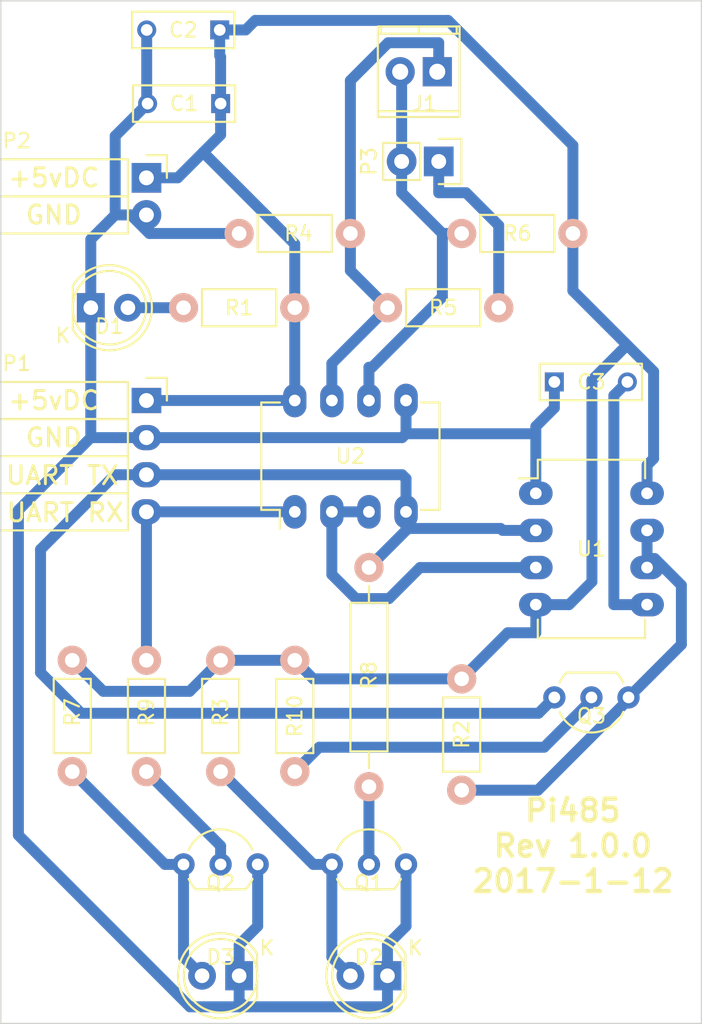
<source format=kicad_pcb>
(kicad_pcb (version 20160815) (host pcbnew "(2016-12-18 revision 3ffa37c)-master")

  (general
    (links 51)
    (no_connects 0)
    (area 71.000001 57.2925 138.182143 135.745001)
    (thickness 1.6)
    (drawings 11)
    (tracks 152)
    (zones 0)
    (modules 29)
    (nets 17)
  )

  (page A4)
  (layers
    (0 F.Cu jumper hide)
    (31 B.Cu signal)
    (32 B.Adhes user hide)
    (33 F.Adhes user hide)
    (34 B.Paste user hide)
    (35 F.Paste user hide)
    (36 B.SilkS user hide)
    (37 F.SilkS user)
    (38 B.Mask user hide)
    (39 F.Mask user hide)
    (40 Dwgs.User user hide)
    (41 Cmts.User user hide)
    (42 Eco1.User user hide)
    (43 Eco2.User user hide)
    (44 Edge.Cuts user)
    (45 Margin user hide)
    (46 B.CrtYd user hide)
    (47 F.CrtYd user hide)
    (48 B.Fab user hide)
    (49 F.Fab user)
  )

  (setup
    (last_trace_width 0.75)
    (trace_clearance 0.75)
    (zone_clearance 0.508)
    (zone_45_only no)
    (trace_min 0.75)
    (segment_width 0.2)
    (edge_width 0.1)
    (via_size 1.2)
    (via_drill 0.8)
    (via_min_size 1.2)
    (via_min_drill 0.8)
    (uvia_size 0.5)
    (uvia_drill 0.25)
    (uvias_allowed no)
    (uvia_min_size 0.5)
    (uvia_min_drill 0.25)
    (pcb_text_width 0.3)
    (pcb_text_size 1.5 1.5)
    (mod_edge_width 0.15)
    (mod_text_size 1 1)
    (mod_text_width 0.15)
    (pad_size 1.5 1.5)
    (pad_drill 0.6)
    (pad_to_mask_clearance 0)
    (aux_axis_origin 0 0)
    (visible_elements FFFFFF7F)
    (pcbplotparams
      (layerselection 0x21020_fffffffe)
      (usegerberextensions false)
      (excludeedgelayer true)
      (linewidth 0.100000)
      (plotframeref false)
      (viasonmask false)
      (mode 1)
      (useauxorigin false)
      (hpglpennumber 1)
      (hpglpenspeed 20)
      (hpglpendiameter 15)
      (psnegative false)
      (psa4output false)
      (plotreference true)
      (plotvalue true)
      (plotinvisibletext false)
      (padsonsilk false)
      (subtractmaskfromsilk false)
      (outputformat 4)
      (mirror false)
      (drillshape 0)
      (scaleselection 1)
      (outputdirectory ""))
  )

  (net 0 "")
  (net 1 "Net-(Q1-Pad2)")
  (net 2 GND)
  (net 3 "Net-(D2-Pad2)")
  (net 4 "Net-(D3-Pad2)")
  (net 5 "Net-(Q2-Pad2)")
  (net 6 "Net-(Q3-Pad2)")
  (net 7 "/(TXDO)_GPIO14")
  (net 8 "Net-(Q3-Pad1)")
  (net 9 VCC)
  (net 10 "/(RXDO)_GPIO15")
  (net 11 "Net-(D1-Pad2)")
  (net 12 "Net-(J1-Pad1)")
  (net 13 "Net-(P3-Pad1)")
  (net 14 "Net-(J1-Pad2)")
  (net 15 "Net-(U1-Pad3)")
  (net 16 "Net-(C3-Pad2)")

  (net_class Default "This is the default net class."
    (clearance 0.75)
    (trace_width 0.75)
    (via_dia 1.2)
    (via_drill 0.8)
    (uvia_dia 0.5)
    (uvia_drill 0.25)
    (diff_pair_gap 0.6)
    (diff_pair_width 2.5)
    (add_net "/(RXDO)_GPIO15")
    (add_net "/(TXDO)_GPIO14")
    (add_net GND)
    (add_net "Net-(C3-Pad2)")
    (add_net "Net-(D1-Pad2)")
    (add_net "Net-(D2-Pad2)")
    (add_net "Net-(D3-Pad2)")
    (add_net "Net-(J1-Pad1)")
    (add_net "Net-(J1-Pad2)")
    (add_net "Net-(P3-Pad1)")
    (add_net "Net-(Q1-Pad2)")
    (add_net "Net-(Q2-Pad2)")
    (add_net "Net-(Q3-Pad1)")
    (add_net "Net-(Q3-Pad2)")
    (add_net "Net-(U1-Pad3)")
    (add_net VCC)
  )

  (module Connectors_Terminal_Blocks:TerminalBlock_Pheonix_MPT-2.54mm_2pol (layer F.Cu) (tedit 587801FF) (tstamp 5877DD8A)
    (at 113.9 63.86 180)
    (descr "2-way 2.54mm pitch terminal block, Phoenix MPT series")
    (path /586EB814)
    (fp_text reference J1 (at 0.87 -2.18 180) (layer F.SilkS)
      (effects (font (size 1 1) (thickness 0.15)))
    )
    (fp_text value RS485 (at 1.27 4.50088 180) (layer F.Fab)
      (effects (font (size 1 1) (thickness 0.15)))
    )
    (fp_line (start -1.52908 -3.0988) (end -1.52908 3.0988) (layer F.SilkS) (width 0.15))
    (fp_line (start 4.06908 -3.0988) (end -1.52908 -3.0988) (layer F.SilkS) (width 0.15))
    (fp_line (start 4.06908 3.0988) (end 4.06908 -3.0988) (layer F.SilkS) (width 0.15))
    (fp_line (start -1.52908 3.0988) (end 4.06908 3.0988) (layer F.SilkS) (width 0.15))
    (fp_line (start -1.52908 -2.70002) (end 4.06908 -2.70002) (layer F.SilkS) (width 0.15))
    (fp_line (start 1.27 3.0988) (end 1.27 2.60096) (layer F.SilkS) (width 0.15))
    (fp_line (start 3.87096 2.60096) (end 3.87096 3.0988) (layer F.SilkS) (width 0.15))
    (fp_line (start -1.33096 3.0988) (end -1.33096 2.60096) (layer F.SilkS) (width 0.15))
    (fp_line (start 4.06908 2.60096) (end -1.52908 2.60096) (layer F.SilkS) (width 0.15))
    (fp_line (start 4.3 -3.3) (end 4.3 3.3) (layer F.CrtYd) (width 0.05))
    (fp_line (start 4.3 3.3) (end -1.7 3.3) (layer F.CrtYd) (width 0.05))
    (fp_line (start -1.7 3.3) (end -1.7 -3.3) (layer F.CrtYd) (width 0.05))
    (fp_line (start -1.7 -3.3) (end 4.3 -3.3) (layer F.CrtYd) (width 0.05))
    (pad 1 thru_hole rect (at 0 0 180) (size 1.99898 1.99898) (drill 1.09728) (layers *.Cu *.Mask)
      (net 12 "Net-(J1-Pad1)"))
    (pad 2 thru_hole oval (at 2.54 0 180) (size 1.99898 1.99898) (drill 1.09728) (layers *.Cu *.Mask)
      (net 14 "Net-(J1-Pad2)"))
    (model Terminal_Blocks.3dshapes/TerminalBlock_Pheonix_MPT-2.54mm_2pol.wrl
      (at (xyz 0.05 0 0))
      (scale (xyz 1 1 1))
      (rotate (xyz 0 0 0))
    )
  )

  (module Resistors_THT:Resistor_Horizontal_RM7mm (layer F.Cu) (tedit 569FCF07) (tstamp 5877DB84)
    (at 115.57 74.93)
    (descr "Resistor, Axial,  RM 7.62mm, 1/3W,")
    (tags "Resistor Axial RM 7.62mm 1/3W R3")
    (path /586EB7D4)
    (fp_text reference R6 (at 3.81 0) (layer F.SilkS)
      (effects (font (size 1 1) (thickness 0.15)))
    )
    (fp_text value 20k (at 3.81 2.54) (layer F.Fab)
      (effects (font (size 1 1) (thickness 0.15)))
    )
    (fp_line (start 1.27 1.27) (end 1.27 -1.27) (layer F.SilkS) (width 0.15))
    (fp_line (start 6.35 1.27) (end 1.27 1.27) (layer F.SilkS) (width 0.15))
    (fp_line (start 6.35 -1.27) (end 6.35 1.27) (layer F.SilkS) (width 0.15))
    (fp_line (start 1.27 -1.27) (end 6.35 -1.27) (layer F.SilkS) (width 0.15))
    (fp_line (start -1.25 1.5) (end 8.85 1.5) (layer F.CrtYd) (width 0.05))
    (fp_line (start 8.85 -1.5) (end 8.85 1.5) (layer F.CrtYd) (width 0.05))
    (fp_line (start -1.25 1.5) (end -1.25 -1.5) (layer F.CrtYd) (width 0.05))
    (fp_line (start -1.25 -1.5) (end 8.85 -1.5) (layer F.CrtYd) (width 0.05))
    (pad 2 thru_hole circle (at 7.62 0) (size 1.99898 1.99898) (drill 1.00076) (layers *.Cu *.SilkS *.Mask)
      (net 9 VCC))
    (pad 1 thru_hole circle (at 0 0) (size 1.99898 1.99898) (drill 1.00076) (layers *.Cu *.SilkS *.Mask)
      (net 14 "Net-(J1-Pad2)"))
  )

  (module Resistors_THT:Resistor_Horizontal_RM7mm (layer F.Cu) (tedit 569FCF07) (tstamp 5877DB28)
    (at 100.33 74.93)
    (descr "Resistor, Axial,  RM 7.62mm, 1/3W,")
    (tags "Resistor Axial RM 7.62mm 1/3W R3")
    (path /586EB760)
    (fp_text reference R4 (at 4.05892 0) (layer F.SilkS)
      (effects (font (size 1 1) (thickness 0.15)))
    )
    (fp_text value 20k (at 3.81 2.54) (layer F.Fab)
      (effects (font (size 1 1) (thickness 0.15)))
    )
    (fp_line (start 1.27 1.27) (end 1.27 -1.27) (layer F.SilkS) (width 0.15))
    (fp_line (start 6.35 1.27) (end 1.27 1.27) (layer F.SilkS) (width 0.15))
    (fp_line (start 6.35 -1.27) (end 6.35 1.27) (layer F.SilkS) (width 0.15))
    (fp_line (start 1.27 -1.27) (end 6.35 -1.27) (layer F.SilkS) (width 0.15))
    (fp_line (start -1.25 1.5) (end 8.85 1.5) (layer F.CrtYd) (width 0.05))
    (fp_line (start 8.85 -1.5) (end 8.85 1.5) (layer F.CrtYd) (width 0.05))
    (fp_line (start -1.25 1.5) (end -1.25 -1.5) (layer F.CrtYd) (width 0.05))
    (fp_line (start -1.25 -1.5) (end 8.85 -1.5) (layer F.CrtYd) (width 0.05))
    (pad 2 thru_hole circle (at 7.62 0) (size 1.99898 1.99898) (drill 1.00076) (layers *.Cu *.SilkS *.Mask)
      (net 12 "Net-(J1-Pad1)"))
    (pad 1 thru_hole circle (at 0 0) (size 1.99898 1.99898) (drill 1.00076) (layers *.Cu *.SilkS *.Mask)
      (net 2 GND))
  )

  (module Resistors_THT:Resistor_Horizontal_RM7mm (layer F.Cu) (tedit 569FCF07) (tstamp 5877DB56)
    (at 110.49 80.01)
    (descr "Resistor, Axial,  RM 7.62mm, 1/3W,")
    (tags "Resistor Axial RM 7.62mm 1/3W R3")
    (path /586EB6FC)
    (fp_text reference R5 (at 3.81 0) (layer F.SilkS)
      (effects (font (size 1 1) (thickness 0.15)))
    )
    (fp_text value 120 (at 3.81 2.54) (layer F.Fab)
      (effects (font (size 1 1) (thickness 0.15)))
    )
    (fp_line (start 1.27 1.27) (end 1.27 -1.27) (layer F.SilkS) (width 0.15))
    (fp_line (start 6.35 1.27) (end 1.27 1.27) (layer F.SilkS) (width 0.15))
    (fp_line (start 6.35 -1.27) (end 6.35 1.27) (layer F.SilkS) (width 0.15))
    (fp_line (start 1.27 -1.27) (end 6.35 -1.27) (layer F.SilkS) (width 0.15))
    (fp_line (start -1.25 1.5) (end 8.85 1.5) (layer F.CrtYd) (width 0.05))
    (fp_line (start 8.85 -1.5) (end 8.85 1.5) (layer F.CrtYd) (width 0.05))
    (fp_line (start -1.25 1.5) (end -1.25 -1.5) (layer F.CrtYd) (width 0.05))
    (fp_line (start -1.25 -1.5) (end 8.85 -1.5) (layer F.CrtYd) (width 0.05))
    (pad 2 thru_hole circle (at 7.62 0) (size 1.99898 1.99898) (drill 1.00076) (layers *.Cu *.SilkS *.Mask)
      (net 13 "Net-(P3-Pad1)"))
    (pad 1 thru_hole circle (at 0 0) (size 1.99898 1.99898) (drill 1.00076) (layers *.Cu *.SilkS *.Mask)
      (net 12 "Net-(J1-Pad1)"))
  )

  (module Resistors_THT:Resistor_Horizontal_RM7mm (layer F.Cu) (tedit 569FCF07) (tstamp 5877DA9E)
    (at 104.14 80.01 180)
    (descr "Resistor, Axial,  RM 7.62mm, 1/3W,")
    (tags "Resistor Axial RM 7.62mm 1/3W R3")
    (path /586E84C4)
    (fp_text reference R1 (at 3.81 0 180) (layer F.SilkS)
      (effects (font (size 1 1) (thickness 0.15)))
    )
    (fp_text value 1k (at 3.81 -2.54 180) (layer F.Fab)
      (effects (font (size 1 1) (thickness 0.15)))
    )
    (fp_line (start 1.27 1.27) (end 1.27 -1.27) (layer F.SilkS) (width 0.15))
    (fp_line (start 6.35 1.27) (end 1.27 1.27) (layer F.SilkS) (width 0.15))
    (fp_line (start 6.35 -1.27) (end 6.35 1.27) (layer F.SilkS) (width 0.15))
    (fp_line (start 1.27 -1.27) (end 6.35 -1.27) (layer F.SilkS) (width 0.15))
    (fp_line (start -1.25 1.5) (end 8.85 1.5) (layer F.CrtYd) (width 0.05))
    (fp_line (start 8.85 -1.5) (end 8.85 1.5) (layer F.CrtYd) (width 0.05))
    (fp_line (start -1.25 1.5) (end -1.25 -1.5) (layer F.CrtYd) (width 0.05))
    (fp_line (start -1.25 -1.5) (end 8.85 -1.5) (layer F.CrtYd) (width 0.05))
    (pad 2 thru_hole circle (at 7.62 0 180) (size 1.99898 1.99898) (drill 1.00076) (layers *.Cu *.SilkS *.Mask)
      (net 11 "Net-(D1-Pad2)"))
    (pad 1 thru_hole circle (at 0 0 180) (size 1.99898 1.99898) (drill 1.00076) (layers *.Cu *.SilkS *.Mask)
      (net 9 VCC))
  )

  (module Resistors_THT:Resistor_Horizontal_RM7mm (layer F.Cu) (tedit 569FCF07) (tstamp 5877DACC)
    (at 115.57 113.03 90)
    (descr "Resistor, Axial,  RM 7.62mm, 1/3W,")
    (tags "Resistor Axial RM 7.62mm 1/3W R3")
    (path /586E88D3)
    (fp_text reference R2 (at 3.81 0 90) (layer F.SilkS)
      (effects (font (size 1 1) (thickness 0.15)))
    )
    (fp_text value 3.9k (at 3.81 2.54 90) (layer F.Fab)
      (effects (font (size 1 1) (thickness 0.15)))
    )
    (fp_line (start -1.25 -1.5) (end 8.85 -1.5) (layer F.CrtYd) (width 0.05))
    (fp_line (start -1.25 1.5) (end -1.25 -1.5) (layer F.CrtYd) (width 0.05))
    (fp_line (start 8.85 -1.5) (end 8.85 1.5) (layer F.CrtYd) (width 0.05))
    (fp_line (start -1.25 1.5) (end 8.85 1.5) (layer F.CrtYd) (width 0.05))
    (fp_line (start 1.27 -1.27) (end 6.35 -1.27) (layer F.SilkS) (width 0.15))
    (fp_line (start 6.35 -1.27) (end 6.35 1.27) (layer F.SilkS) (width 0.15))
    (fp_line (start 6.35 1.27) (end 1.27 1.27) (layer F.SilkS) (width 0.15))
    (fp_line (start 1.27 1.27) (end 1.27 -1.27) (layer F.SilkS) (width 0.15))
    (pad 1 thru_hole circle (at 0 0 90) (size 1.99898 1.99898) (drill 1.00076) (layers *.Cu *.SilkS *.Mask)
      (net 8 "Net-(Q3-Pad1)"))
    (pad 2 thru_hole circle (at 7.62 0 90) (size 1.99898 1.99898) (drill 1.00076) (layers *.Cu *.SilkS *.Mask)
      (net 9 VCC))
  )

  (module Resistors_THT:Resistor_Horizontal_RM7mm (layer F.Cu) (tedit 569FCF07) (tstamp 5877DBB2)
    (at 88.9 111.76 90)
    (descr "Resistor, Axial,  RM 7.62mm, 1/3W,")
    (tags "Resistor Axial RM 7.62mm 1/3W R3")
    (path /5876D49A)
    (fp_text reference R7 (at 4.05892 0 90) (layer F.SilkS)
      (effects (font (size 1 1) (thickness 0.15)))
    )
    (fp_text value 220 (at 3.81 2.54 90) (layer F.Fab)
      (effects (font (size 1 1) (thickness 0.15)))
    )
    (fp_line (start -1.25 -1.5) (end 8.85 -1.5) (layer F.CrtYd) (width 0.05))
    (fp_line (start -1.25 1.5) (end -1.25 -1.5) (layer F.CrtYd) (width 0.05))
    (fp_line (start 8.85 -1.5) (end 8.85 1.5) (layer F.CrtYd) (width 0.05))
    (fp_line (start -1.25 1.5) (end 8.85 1.5) (layer F.CrtYd) (width 0.05))
    (fp_line (start 1.27 -1.27) (end 6.35 -1.27) (layer F.SilkS) (width 0.15))
    (fp_line (start 6.35 -1.27) (end 6.35 1.27) (layer F.SilkS) (width 0.15))
    (fp_line (start 6.35 1.27) (end 1.27 1.27) (layer F.SilkS) (width 0.15))
    (fp_line (start 1.27 1.27) (end 1.27 -1.27) (layer F.SilkS) (width 0.15))
    (pad 1 thru_hole circle (at 0 0 90) (size 1.99898 1.99898) (drill 1.00076) (layers *.Cu *.SilkS *.Mask)
      (net 4 "Net-(D3-Pad2)"))
    (pad 2 thru_hole circle (at 7.62 0 90) (size 1.99898 1.99898) (drill 1.00076) (layers *.Cu *.SilkS *.Mask)
      (net 9 VCC))
  )

  (module Resistors_THT:Resistor_Horizontal_RM7mm (layer F.Cu) (tedit 569FCF07) (tstamp 5877DC0E)
    (at 93.98 111.76 90)
    (descr "Resistor, Axial,  RM 7.62mm, 1/3W,")
    (tags "Resistor Axial RM 7.62mm 1/3W R3")
    (path /5876E786)
    (fp_text reference R9 (at 4.05892 0 90) (layer F.SilkS)
      (effects (font (size 1 1) (thickness 0.15)))
    )
    (fp_text value 2.5k (at 3.81 2.54 90) (layer F.Fab)
      (effects (font (size 1 1) (thickness 0.15)))
    )
    (fp_line (start -1.25 -1.5) (end 8.85 -1.5) (layer F.CrtYd) (width 0.05))
    (fp_line (start -1.25 1.5) (end -1.25 -1.5) (layer F.CrtYd) (width 0.05))
    (fp_line (start 8.85 -1.5) (end 8.85 1.5) (layer F.CrtYd) (width 0.05))
    (fp_line (start -1.25 1.5) (end 8.85 1.5) (layer F.CrtYd) (width 0.05))
    (fp_line (start 1.27 -1.27) (end 6.35 -1.27) (layer F.SilkS) (width 0.15))
    (fp_line (start 6.35 -1.27) (end 6.35 1.27) (layer F.SilkS) (width 0.15))
    (fp_line (start 6.35 1.27) (end 1.27 1.27) (layer F.SilkS) (width 0.15))
    (fp_line (start 1.27 1.27) (end 1.27 -1.27) (layer F.SilkS) (width 0.15))
    (pad 1 thru_hole circle (at 0 0 90) (size 1.99898 1.99898) (drill 1.00076) (layers *.Cu *.SilkS *.Mask)
      (net 5 "Net-(Q2-Pad2)"))
    (pad 2 thru_hole circle (at 7.62 0 90) (size 1.99898 1.99898) (drill 1.00076) (layers *.Cu *.SilkS *.Mask)
      (net 10 "/(RXDO)_GPIO15"))
  )

  (module Resistors_THT:Resistor_Horizontal_RM7mm (layer F.Cu) (tedit 569FCF07) (tstamp 5877DAFA)
    (at 99.06 111.76 90)
    (descr "Resistor, Axial,  RM 7.62mm, 1/3W,")
    (tags "Resistor Axial RM 7.62mm 1/3W R3")
    (path /5876D8BD)
    (fp_text reference R3 (at 4.05892 0 90) (layer F.SilkS)
      (effects (font (size 1 1) (thickness 0.15)))
    )
    (fp_text value 220 (at 3.81 2.54 90) (layer F.Fab)
      (effects (font (size 1 1) (thickness 0.15)))
    )
    (fp_line (start -1.25 -1.5) (end 8.85 -1.5) (layer F.CrtYd) (width 0.05))
    (fp_line (start -1.25 1.5) (end -1.25 -1.5) (layer F.CrtYd) (width 0.05))
    (fp_line (start 8.85 -1.5) (end 8.85 1.5) (layer F.CrtYd) (width 0.05))
    (fp_line (start -1.25 1.5) (end 8.85 1.5) (layer F.CrtYd) (width 0.05))
    (fp_line (start 1.27 -1.27) (end 6.35 -1.27) (layer F.SilkS) (width 0.15))
    (fp_line (start 6.35 -1.27) (end 6.35 1.27) (layer F.SilkS) (width 0.15))
    (fp_line (start 6.35 1.27) (end 1.27 1.27) (layer F.SilkS) (width 0.15))
    (fp_line (start 1.27 1.27) (end 1.27 -1.27) (layer F.SilkS) (width 0.15))
    (pad 1 thru_hole circle (at 0 0 90) (size 1.99898 1.99898) (drill 1.00076) (layers *.Cu *.SilkS *.Mask)
      (net 3 "Net-(D2-Pad2)"))
    (pad 2 thru_hole circle (at 7.62 0 90) (size 1.99898 1.99898) (drill 1.00076) (layers *.Cu *.SilkS *.Mask)
      (net 9 VCC))
  )

  (module Resistors_THT:Resistor_Horizontal_RM7mm (layer F.Cu) (tedit 569FCF07) (tstamp 5877DC3C)
    (at 104.14 111.76 90)
    (descr "Resistor, Axial,  RM 7.62mm, 1/3W,")
    (tags "Resistor Axial RM 7.62mm 1/3W R3")
    (path /5876AB08)
    (fp_text reference R10 (at 3.81 0 90) (layer F.SilkS)
      (effects (font (size 1 1) (thickness 0.15)))
    )
    (fp_text value 2.5k (at 3.81 2.54 90) (layer F.Fab)
      (effects (font (size 1 1) (thickness 0.15)))
    )
    (fp_line (start -1.25 -1.5) (end 8.85 -1.5) (layer F.CrtYd) (width 0.05))
    (fp_line (start -1.25 1.5) (end -1.25 -1.5) (layer F.CrtYd) (width 0.05))
    (fp_line (start 8.85 -1.5) (end 8.85 1.5) (layer F.CrtYd) (width 0.05))
    (fp_line (start -1.25 1.5) (end 8.85 1.5) (layer F.CrtYd) (width 0.05))
    (fp_line (start 1.27 -1.27) (end 6.35 -1.27) (layer F.SilkS) (width 0.15))
    (fp_line (start 6.35 -1.27) (end 6.35 1.27) (layer F.SilkS) (width 0.15))
    (fp_line (start 6.35 1.27) (end 1.27 1.27) (layer F.SilkS) (width 0.15))
    (fp_line (start 1.27 1.27) (end 1.27 -1.27) (layer F.SilkS) (width 0.15))
    (pad 1 thru_hole circle (at 0 0 90) (size 1.99898 1.99898) (drill 1.00076) (layers *.Cu *.SilkS *.Mask)
      (net 6 "Net-(Q3-Pad2)"))
    (pad 2 thru_hole circle (at 7.62 0 90) (size 1.99898 1.99898) (drill 1.00076) (layers *.Cu *.SilkS *.Mask)
      (net 9 VCC))
  )

  (module Resistors_THT:Resistor_Horizontal_RM15mm (layer F.Cu) (tedit 569FCEE8) (tstamp 5877DBE0)
    (at 109.22 112.79 90)
    (descr "Resistor, Axial, RM 15mm,")
    (tags "Resistor Axial RM 15mm")
    (path /5876E6B9)
    (fp_text reference R8 (at 7.62 0 90) (layer F.SilkS)
      (effects (font (size 1 1) (thickness 0.15)))
    )
    (fp_text value 2.5k (at 7.5 2.54 90) (layer F.Fab)
      (effects (font (size 1 1) (thickness 0.15)))
    )
    (fp_line (start -1.25 1.5) (end -1.25 -1.5) (layer F.CrtYd) (width 0.05))
    (fp_line (start -1.25 -1.5) (end 16.25 -1.5) (layer F.CrtYd) (width 0.05))
    (fp_line (start 16.25 -1.5) (end 16.25 1.5) (layer F.CrtYd) (width 0.05))
    (fp_line (start 16.25 1.5) (end -1.25 1.5) (layer F.CrtYd) (width 0.05))
    (fp_line (start 2.42 -1.27) (end 2.42 1.27) (layer F.SilkS) (width 0.15))
    (fp_line (start 2.42 1.27) (end 12.58 1.27) (layer F.SilkS) (width 0.15))
    (fp_line (start 12.58 1.27) (end 12.58 -1.27) (layer F.SilkS) (width 0.15))
    (fp_line (start 12.58 -1.27) (end 2.42 -1.27) (layer F.SilkS) (width 0.15))
    (fp_line (start 13.73 0) (end 12.58 0) (layer F.SilkS) (width 0.15))
    (fp_line (start 1.27 0) (end 2.42 0) (layer F.SilkS) (width 0.15))
    (pad 1 thru_hole circle (at 0 0 90) (size 1.99898 1.99898) (drill 1.00076) (layers *.Cu *.SilkS *.Mask)
      (net 1 "Net-(Q1-Pad2)"))
    (pad 2 thru_hole circle (at 15 0 90) (size 1.99898 1.99898) (drill 1.00076) (layers *.Cu *.SilkS *.Mask)
      (net 7 "/(TXDO)_GPIO14"))
    (model Resistors_ThroughHole.3dshapes/Resistor_Horizontal_RM15mm.wrl
      (at (xyz 0.295 0 0))
      (scale (xyz 0.395 0.4 0.4))
      (rotate (xyz 0 0 0))
    )
  )

  (module Mounting_Holes:MountingHole_3.2mm_M3 (layer F.Cu) (tedit 58780111) (tstamp 587B20C2)
    (at 88 125)
    (descr "Mounting Hole 3.2mm, no annular, M3")
    (tags "mounting hole 3.2mm no annular m3")
    (fp_text reference REF04 (at 0 -4.2) (layer F.SilkS) hide
      (effects (font (size 1 1) (thickness 0.15)))
    )
    (fp_text value MountingHole_3.2mm_M3 (at 0 4.2) (layer F.Fab) hide
      (effects (font (size 1 1) (thickness 0.15)))
    )
    (fp_circle (center 0 0) (end 3.2 0) (layer Cmts.User) (width 0.15))
    (fp_circle (center 0 0) (end 3.45 0) (layer F.CrtYd) (width 0.05))
    (pad 1 np_thru_hole circle (at 0 0) (size 3.2 3.2) (drill 3.2) (layers *.Cu *.Mask))
  )

  (module Mounting_Holes:MountingHole_3.2mm_M3 (layer F.Cu) (tedit 5878010E) (tstamp 587B20BB)
    (at 128 125)
    (descr "Mounting Hole 3.2mm, no annular, M3")
    (tags "mounting hole 3.2mm no annular m3")
    (fp_text reference REF03 (at 0 -4.2) (layer F.SilkS) hide
      (effects (font (size 1 1) (thickness 0.15)))
    )
    (fp_text value MountingHole_3.2mm_M3 (at 0 4.2) (layer F.Fab) hide
      (effects (font (size 1 1) (thickness 0.15)))
    )
    (fp_circle (center 0 0) (end 3.45 0) (layer F.CrtYd) (width 0.05))
    (fp_circle (center 0 0) (end 3.2 0) (layer Cmts.User) (width 0.15))
    (pad 1 np_thru_hole circle (at 0 0) (size 3.2 3.2) (drill 3.2) (layers *.Cu *.Mask))
  )

  (module Mounting_Holes:MountingHole_3.2mm_M3 (layer F.Cu) (tedit 5878010A) (tstamp 587B20B3)
    (at 128 63)
    (descr "Mounting Hole 3.2mm, no annular, M3")
    (tags "mounting hole 3.2mm no annular m3")
    (fp_text reference REF02 (at 0 -4.2) (layer F.SilkS) hide
      (effects (font (size 1 1) (thickness 0.15)))
    )
    (fp_text value MountingHole_3.2mm_M3 (at 0 4.2) (layer F.Fab) hide
      (effects (font (size 1 1) (thickness 0.15)))
    )
    (fp_circle (center 0 0) (end 3.2 0) (layer Cmts.User) (width 0.15))
    (fp_circle (center 0 0) (end 3.45 0) (layer F.CrtYd) (width 0.05))
    (pad 1 np_thru_hole circle (at 0 0) (size 3.2 3.2) (drill 3.2) (layers *.Cu *.Mask))
  )

  (module Capacitors_THT:C_Rect_L7_W2.5_P5 placed (layer F.Cu) (tedit 5877D4BF) (tstamp 5877DE0C)
    (at 121.92 85.09)
    (descr "Film Capacitor Length 7mm x Width 2.5mm, Pitch 5mm")
    (tags Capacitor)
    (path /586E89BC)
    (fp_text reference C3 (at 2.54 0) (layer F.SilkS)
      (effects (font (size 1 1) (thickness 0.15)))
    )
    (fp_text value 10nF (at 2.5 2.5) (layer F.Fab)
      (effects (font (size 1 1) (thickness 0.15)))
    )
    (fp_line (start -1.25 -1.5) (end 6.25 -1.5) (layer F.CrtYd) (width 0.05))
    (fp_line (start 6.25 -1.5) (end 6.25 1.5) (layer F.CrtYd) (width 0.05))
    (fp_line (start 6.25 1.5) (end -1.25 1.5) (layer F.CrtYd) (width 0.05))
    (fp_line (start -1.25 1.5) (end -1.25 -1.5) (layer F.CrtYd) (width 0.05))
    (fp_line (start -1 -1.25) (end 6 -1.25) (layer F.SilkS) (width 0.15))
    (fp_line (start 6 -1.25) (end 6 1.25) (layer F.SilkS) (width 0.15))
    (fp_line (start 6 1.25) (end -1 1.25) (layer F.SilkS) (width 0.15))
    (fp_line (start -1 1.25) (end -1 -1.25) (layer F.SilkS) (width 0.15))
    (pad 1 thru_hole rect (at 0 0) (size 1.3 1.3) (drill 0.8) (layers *.Cu *.Mask)
      (net 2 GND))
    (pad 2 thru_hole circle (at 5 0) (size 1.3 1.3) (drill 0.8) (layers *.Cu *.Mask)
      (net 16 "Net-(C3-Pad2)"))
  )

  (module Capacitors_THT:C_Rect_L7_W2.5_P5 (layer F.Cu) (tedit 0) (tstamp 5877DDE4)
    (at 99 61 180)
    (descr "Film Capacitor Length 7mm x Width 2.5mm, Pitch 5mm")
    (tags Capacitor)
    (path /5876F3DF)
    (fp_text reference C2 (at 2.5 0 180) (layer F.SilkS)
      (effects (font (size 1 1) (thickness 0.15)))
    )
    (fp_text value 0.1uF (at 2.48 -2.5 180) (layer F.Fab)
      (effects (font (size 1 1) (thickness 0.15)))
    )
    (fp_line (start -1 1.25) (end -1 -1.25) (layer F.SilkS) (width 0.15))
    (fp_line (start 6 1.25) (end -1 1.25) (layer F.SilkS) (width 0.15))
    (fp_line (start 6 -1.25) (end 6 1.25) (layer F.SilkS) (width 0.15))
    (fp_line (start -1 -1.25) (end 6 -1.25) (layer F.SilkS) (width 0.15))
    (fp_line (start -1.25 1.5) (end -1.25 -1.5) (layer F.CrtYd) (width 0.05))
    (fp_line (start 6.25 1.5) (end -1.25 1.5) (layer F.CrtYd) (width 0.05))
    (fp_line (start 6.25 -1.5) (end 6.25 1.5) (layer F.CrtYd) (width 0.05))
    (fp_line (start -1.25 -1.5) (end 6.25 -1.5) (layer F.CrtYd) (width 0.05))
    (pad 2 thru_hole circle (at 5 0 180) (size 1.3 1.3) (drill 0.8) (layers *.Cu *.Mask)
      (net 2 GND))
    (pad 1 thru_hole rect (at 0 0 180) (size 1.3 1.3) (drill 0.8) (layers *.Cu *.Mask)
      (net 9 VCC))
  )

  (module Capacitors_THT:C_Rect_L7_W2.5_P5 (layer F.Cu) (tedit 0) (tstamp 5877DDBC)
    (at 99.06 66.04 180)
    (descr "Film Capacitor Length 7mm x Width 2.5mm, Pitch 5mm")
    (tags Capacitor)
    (path /5876F5F2)
    (fp_text reference C1 (at 2.5 0 180) (layer F.SilkS)
      (effects (font (size 1 1) (thickness 0.15)))
    )
    (fp_text value 10uF (at 2.54 -2.54 180) (layer F.Fab)
      (effects (font (size 1 1) (thickness 0.15)))
    )
    (fp_line (start -1.25 -1.5) (end 6.25 -1.5) (layer F.CrtYd) (width 0.05))
    (fp_line (start 6.25 -1.5) (end 6.25 1.5) (layer F.CrtYd) (width 0.05))
    (fp_line (start 6.25 1.5) (end -1.25 1.5) (layer F.CrtYd) (width 0.05))
    (fp_line (start -1.25 1.5) (end -1.25 -1.5) (layer F.CrtYd) (width 0.05))
    (fp_line (start -1 -1.25) (end 6 -1.25) (layer F.SilkS) (width 0.15))
    (fp_line (start 6 -1.25) (end 6 1.25) (layer F.SilkS) (width 0.15))
    (fp_line (start 6 1.25) (end -1 1.25) (layer F.SilkS) (width 0.15))
    (fp_line (start -1 1.25) (end -1 -1.25) (layer F.SilkS) (width 0.15))
    (pad 1 thru_hole rect (at 0 0 180) (size 1.3 1.3) (drill 0.8) (layers *.Cu *.Mask)
      (net 9 VCC))
    (pad 2 thru_hole circle (at 5 0 180) (size 1.3 1.3) (drill 0.8) (layers *.Cu *.Mask)
      (net 2 GND))
  )

  (module Housings_DIP:DIP-8_W7.62mm_LongPads placed (layer F.Cu) (tedit 54130A77) (tstamp 5877DD4B)
    (at 104.14 93.98 90)
    (descr "8-lead dip package, row spacing 7.62 mm (300 mils), longer pads")
    (tags "dil dip 2.54 300")
    (path /586EA024)
    (fp_text reference U2 (at 3.81 3.81 180) (layer F.SilkS)
      (effects (font (size 1 1) (thickness 0.15)))
    )
    (fp_text value MAX485 (at 3.81 -3.72 90) (layer F.Fab)
      (effects (font (size 1 1) (thickness 0.15)))
    )
    (fp_line (start 0.135 -1.025) (end -1.15 -1.025) (layer F.SilkS) (width 0.15))
    (fp_line (start 0.135 9.915) (end 7.485 9.915) (layer F.SilkS) (width 0.15))
    (fp_line (start 0.135 -2.295) (end 7.485 -2.295) (layer F.SilkS) (width 0.15))
    (fp_line (start 0.135 9.915) (end 0.135 8.645) (layer F.SilkS) (width 0.15))
    (fp_line (start 7.485 9.915) (end 7.485 8.645) (layer F.SilkS) (width 0.15))
    (fp_line (start 7.485 -2.295) (end 7.485 -1.025) (layer F.SilkS) (width 0.15))
    (fp_line (start 0.135 -2.295) (end 0.135 -1.025) (layer F.SilkS) (width 0.15))
    (fp_line (start -1.4 10.1) (end 9 10.1) (layer F.CrtYd) (width 0.05))
    (fp_line (start -1.4 -2.45) (end 9 -2.45) (layer F.CrtYd) (width 0.05))
    (fp_line (start 9 -2.45) (end 9 10.1) (layer F.CrtYd) (width 0.05))
    (fp_line (start -1.4 -2.45) (end -1.4 10.1) (layer F.CrtYd) (width 0.05))
    (pad 8 thru_hole oval (at 7.62 0 90) (size 2.3 1.6) (drill 0.8) (layers *.Cu *.Mask)
      (net 9 VCC))
    (pad 7 thru_hole oval (at 7.62 2.54 90) (size 2.3 1.6) (drill 0.8) (layers *.Cu *.Mask)
      (net 12 "Net-(J1-Pad1)"))
    (pad 6 thru_hole oval (at 7.62 5.08 90) (size 2.3 1.6) (drill 0.8) (layers *.Cu *.Mask)
      (net 14 "Net-(J1-Pad2)"))
    (pad 5 thru_hole oval (at 7.62 7.62 90) (size 2.3 1.6) (drill 0.8) (layers *.Cu *.Mask)
      (net 2 GND))
    (pad 4 thru_hole oval (at 0 7.62 90) (size 2.3 1.6) (drill 0.8) (layers *.Cu *.Mask)
      (net 7 "/(TXDO)_GPIO14"))
    (pad 3 thru_hole oval (at 0 5.08 90) (size 2.3 1.6) (drill 0.8) (layers *.Cu *.Mask)
      (net 15 "Net-(U1-Pad3)"))
    (pad 2 thru_hole oval (at 0 2.54 90) (size 2.3 1.6) (drill 0.8) (layers *.Cu *.Mask)
      (net 15 "Net-(U1-Pad3)"))
    (pad 1 thru_hole oval (at 0 0 90) (size 2.3 1.6) (drill 0.8) (layers *.Cu *.Mask)
      (net 10 "/(RXDO)_GPIO15"))
    (model Housings_DIP.3dshapes/DIP-8_W7.62mm_LongPads.wrl
      (at (xyz 0 0 0))
      (scale (xyz 1 1 1))
      (rotate (xyz 0 0 0))
    )
  )

  (module Housings_DIP:DIP-8_W7.62mm_LongPads placed (layer F.Cu) (tedit 54130A77) (tstamp 5877DD08)
    (at 120.65 92.71)
    (descr "8-lead dip package, row spacing 7.62 mm (300 mils), longer pads")
    (tags "dil dip 2.54 300")
    (path /586E87EA)
    (fp_text reference U1 (at 3.81 3.81) (layer F.SilkS)
      (effects (font (size 1 1) (thickness 0.15)))
    )
    (fp_text value NE555 (at 3.81 -3.72) (layer F.Fab)
      (effects (font (size 1 1) (thickness 0.15)))
    )
    (fp_line (start -1.4 -2.45) (end -1.4 10.1) (layer F.CrtYd) (width 0.05))
    (fp_line (start 9 -2.45) (end 9 10.1) (layer F.CrtYd) (width 0.05))
    (fp_line (start -1.4 -2.45) (end 9 -2.45) (layer F.CrtYd) (width 0.05))
    (fp_line (start -1.4 10.1) (end 9 10.1) (layer F.CrtYd) (width 0.05))
    (fp_line (start 0.135 -2.295) (end 0.135 -1.025) (layer F.SilkS) (width 0.15))
    (fp_line (start 7.485 -2.295) (end 7.485 -1.025) (layer F.SilkS) (width 0.15))
    (fp_line (start 7.485 9.915) (end 7.485 8.645) (layer F.SilkS) (width 0.15))
    (fp_line (start 0.135 9.915) (end 0.135 8.645) (layer F.SilkS) (width 0.15))
    (fp_line (start 0.135 -2.295) (end 7.485 -2.295) (layer F.SilkS) (width 0.15))
    (fp_line (start 0.135 9.915) (end 7.485 9.915) (layer F.SilkS) (width 0.15))
    (fp_line (start 0.135 -1.025) (end -1.15 -1.025) (layer F.SilkS) (width 0.15))
    (pad 1 thru_hole oval (at 0 0) (size 2.3 1.6) (drill 0.8) (layers *.Cu *.Mask)
      (net 2 GND))
    (pad 2 thru_hole oval (at 0 2.54) (size 2.3 1.6) (drill 0.8) (layers *.Cu *.Mask)
      (net 7 "/(TXDO)_GPIO14"))
    (pad 3 thru_hole oval (at 0 5.08) (size 2.3 1.6) (drill 0.8) (layers *.Cu *.Mask)
      (net 15 "Net-(U1-Pad3)"))
    (pad 4 thru_hole oval (at 0 7.62) (size 2.3 1.6) (drill 0.8) (layers *.Cu *.Mask)
      (net 9 VCC))
    (pad 5 thru_hole oval (at 7.62 7.62) (size 2.3 1.6) (drill 0.8) (layers *.Cu *.Mask)
      (net 16 "Net-(C3-Pad2)"))
    (pad 6 thru_hole oval (at 7.62 5.08) (size 2.3 1.6) (drill 0.8) (layers *.Cu *.Mask)
      (net 8 "Net-(Q3-Pad1)"))
    (pad 7 thru_hole oval (at 7.62 2.54) (size 2.3 1.6) (drill 0.8) (layers *.Cu *.Mask)
      (net 8 "Net-(Q3-Pad1)"))
    (pad 8 thru_hole oval (at 7.62 0) (size 2.3 1.6) (drill 0.8) (layers *.Cu *.Mask)
      (net 9 VCC))
    (model Housings_DIP.3dshapes/DIP-8_W7.62mm_LongPads.wrl
      (at (xyz 0 0 0))
      (scale (xyz 1 1 1))
      (rotate (xyz 0 0 0))
    )
  )

  (module LEDs:LED-5MM placed (layer F.Cu) (tedit 5570F7EA) (tstamp 5877DCDB)
    (at 100.33 125.73 180)
    (descr "LED 5mm round vertical")
    (tags "LED 5mm round vertical")
    (path /5876C8B2)
    (fp_text reference D3 (at 1.27 1.27 180) (layer F.SilkS)
      (effects (font (size 1 1) (thickness 0.15)))
    )
    (fp_text value RXLED (at 1.27 3.81 180) (layer F.Fab)
      (effects (font (size 1 1) (thickness 0.15)))
    )
    (fp_line (start -1.5 -1.55) (end -1.5 1.55) (layer F.CrtYd) (width 0.05))
    (fp_arc (start 1.3 0) (end -1.5 1.55) (angle -302) (layer F.CrtYd) (width 0.05))
    (fp_arc (start 1.27 0) (end -1.23 -1.5) (angle 297.5) (layer F.SilkS) (width 0.15))
    (fp_line (start -1.23 1.5) (end -1.23 -1.5) (layer F.SilkS) (width 0.15))
    (fp_circle (center 1.27 0) (end 0.97 -2.5) (layer F.SilkS) (width 0.15))
    (fp_text user K (at -1.905 1.905 180) (layer F.SilkS)
      (effects (font (size 1 1) (thickness 0.15)))
    )
    (pad 1 thru_hole rect (at 0 0 270) (size 2 1.9) (drill 1.00076) (layers *.Cu *.Mask)
      (net 2 GND))
    (pad 2 thru_hole circle (at 2.54 0 180) (size 1.9 1.9) (drill 1.00076) (layers *.Cu *.Mask)
      (net 4 "Net-(D3-Pad2)"))
    (model LEDs.3dshapes/LED-5MM.wrl
      (at (xyz 0.05 0 0))
      (scale (xyz 1 1 1))
      (rotate (xyz 0 0 90))
    )
  )

  (module LEDs:LED-5MM placed (layer F.Cu) (tedit 5570F7EA) (tstamp 5877DCB9)
    (at 110.49 125.73 180)
    (descr "LED 5mm round vertical")
    (tags "LED 5mm round vertical")
    (path /5876C851)
    (fp_text reference D2 (at 1.27 1.27 180) (layer F.SilkS)
      (effects (font (size 1 1) (thickness 0.15)))
    )
    (fp_text value TXLED (at 1.27 3.81 180) (layer F.Fab)
      (effects (font (size 1 1) (thickness 0.15)))
    )
    (fp_text user K (at -1.905 1.905 180) (layer F.SilkS)
      (effects (font (size 1 1) (thickness 0.15)))
    )
    (fp_circle (center 1.27 0) (end 0.97 -2.5) (layer F.SilkS) (width 0.15))
    (fp_line (start -1.23 1.5) (end -1.23 -1.5) (layer F.SilkS) (width 0.15))
    (fp_arc (start 1.27 0) (end -1.23 -1.5) (angle 297.5) (layer F.SilkS) (width 0.15))
    (fp_arc (start 1.3 0) (end -1.5 1.55) (angle -302) (layer F.CrtYd) (width 0.05))
    (fp_line (start -1.5 -1.55) (end -1.5 1.55) (layer F.CrtYd) (width 0.05))
    (pad 2 thru_hole circle (at 2.54 0 180) (size 1.9 1.9) (drill 1.00076) (layers *.Cu *.Mask)
      (net 3 "Net-(D2-Pad2)"))
    (pad 1 thru_hole rect (at 0 0 270) (size 2 1.9) (drill 1.00076) (layers *.Cu *.Mask)
      (net 2 GND))
    (model LEDs.3dshapes/LED-5MM.wrl
      (at (xyz 0.05 0 0))
      (scale (xyz 1 1 1))
      (rotate (xyz 0 0 90))
    )
  )

  (module LEDs:LED-5MM placed (layer F.Cu) (tedit 5570F7EA) (tstamp 5877DC97)
    (at 90.17 80.01)
    (descr "LED 5mm round vertical")
    (tags "LED 5mm round vertical")
    (path /586E8531)
    (fp_text reference D1 (at 1.27 1.27) (layer F.SilkS)
      (effects (font (size 1 1) (thickness 0.15)))
    )
    (fp_text value PWRLED (at -2.54 -3.81) (layer F.Fab)
      (effects (font (size 1 1) (thickness 0.15)))
    )
    (fp_line (start -1.5 -1.55) (end -1.5 1.55) (layer F.CrtYd) (width 0.05))
    (fp_arc (start 1.3 0) (end -1.5 1.55) (angle -302) (layer F.CrtYd) (width 0.05))
    (fp_arc (start 1.27 0) (end -1.23 -1.5) (angle 297.5) (layer F.SilkS) (width 0.15))
    (fp_line (start -1.23 1.5) (end -1.23 -1.5) (layer F.SilkS) (width 0.15))
    (fp_circle (center 1.27 0) (end 0.97 -2.5) (layer F.SilkS) (width 0.15))
    (fp_text user K (at -1.905 1.905) (layer F.SilkS)
      (effects (font (size 1 1) (thickness 0.15)))
    )
    (pad 1 thru_hole rect (at 0 0 90) (size 2 1.9) (drill 1.00076) (layers *.Cu *.Mask)
      (net 2 GND))
    (pad 2 thru_hole circle (at 2.54 0) (size 1.9 1.9) (drill 1.00076) (layers *.Cu *.Mask)
      (net 11 "Net-(D1-Pad2)"))
    (model LEDs.3dshapes/LED-5MM.wrl
      (at (xyz 0.05 0 0))
      (scale (xyz 1 1 1))
      (rotate (xyz 0 0 90))
    )
  )

  (module Pin_Headers:Pin_Header_Straight_1x02 placed (layer F.Cu) (tedit 54EA090C) (tstamp 5877DC6B)
    (at 114 70 270)
    (descr "Through hole pin header")
    (tags "pin header")
    (path /586EFE3A)
    (fp_text reference P3 (at 0 4.78 270) (layer F.SilkS)
      (effects (font (size 1 1) (thickness 0.15)))
    )
    (fp_text value Term (at 0 -2.84 270) (layer F.Fab)
      (effects (font (size 1 1) (thickness 0.15)))
    )
    (fp_line (start 1.27 1.27) (end 1.27 3.81) (layer F.SilkS) (width 0.15))
    (fp_line (start 1.55 -1.55) (end 1.55 0) (layer F.SilkS) (width 0.15))
    (fp_line (start -1.75 -1.75) (end -1.75 4.3) (layer F.CrtYd) (width 0.05))
    (fp_line (start 1.75 -1.75) (end 1.75 4.3) (layer F.CrtYd) (width 0.05))
    (fp_line (start -1.75 -1.75) (end 1.75 -1.75) (layer F.CrtYd) (width 0.05))
    (fp_line (start -1.75 4.3) (end 1.75 4.3) (layer F.CrtYd) (width 0.05))
    (fp_line (start 1.27 1.27) (end -1.27 1.27) (layer F.SilkS) (width 0.15))
    (fp_line (start -1.55 0) (end -1.55 -1.55) (layer F.SilkS) (width 0.15))
    (fp_line (start -1.55 -1.55) (end 1.55 -1.55) (layer F.SilkS) (width 0.15))
    (fp_line (start -1.27 1.27) (end -1.27 3.81) (layer F.SilkS) (width 0.15))
    (fp_line (start -1.27 3.81) (end 1.27 3.81) (layer F.SilkS) (width 0.15))
    (pad 1 thru_hole rect (at 0 0 270) (size 2.032 2.032) (drill 1.016) (layers *.Cu *.Mask)
      (net 13 "Net-(P3-Pad1)"))
    (pad 2 thru_hole oval (at 0 2.54 270) (size 2.032 2.032) (drill 1.016) (layers *.Cu *.Mask)
      (net 14 "Net-(J1-Pad2)"))
    (model Pin_Headers.3dshapes/Pin_Header_Straight_1x02.wrl
      (at (xyz 0 -0.05 0))
      (scale (xyz 1 1 1))
      (rotate (xyz 0 0 90))
    )
  )

  (module Socket_Strips:Socket_Strip_Angled_1x02 (layer F.Cu) (tedit 587801F7) (tstamp 5877DA68)
    (at 93.98 71.12 270)
    (descr "Through hole socket strip")
    (tags "socket strip")
    (path /586FF21D)
    (fp_text reference P2 (at -2.54 8.89) (layer F.SilkS)
      (effects (font (size 1 1) (thickness 0.15)))
    )
    (fp_text value PWR (at 1.27 -2.75 270) (layer F.Fab)
      (effects (font (size 1 1) (thickness 0.15)))
    )
    (fp_line (start -1.75 -1.5) (end -1.75 10.6) (layer F.CrtYd) (width 0.05))
    (fp_line (start 4.3 -1.5) (end 4.3 10.6) (layer F.CrtYd) (width 0.05))
    (fp_line (start -1.75 -1.5) (end 4.3 -1.5) (layer F.CrtYd) (width 0.05))
    (fp_line (start -1.75 10.6) (end 4.3 10.6) (layer F.CrtYd) (width 0.05))
    (fp_line (start 3.81 10.1) (end 3.81 1.27) (layer F.SilkS) (width 0.15))
    (fp_line (start 1.27 10.1) (end 3.81 10.1) (layer F.SilkS) (width 0.15))
    (fp_line (start 1.27 1.27) (end 1.27 10.1) (layer F.SilkS) (width 0.15))
    (fp_line (start 1.27 1.27) (end 3.81 1.27) (layer F.SilkS) (width 0.15))
    (fp_line (start -1.27 1.27) (end 1.27 1.27) (layer F.SilkS) (width 0.15))
    (fp_line (start 0 -1.4) (end -1.55 -1.4) (layer F.SilkS) (width 0.15))
    (fp_line (start -1.55 -1.4) (end -1.55 0) (layer F.SilkS) (width 0.15))
    (fp_line (start -1.27 1.27) (end -1.27 10.1) (layer F.SilkS) (width 0.15))
    (fp_line (start -1.27 10.1) (end 1.27 10.1) (layer F.SilkS) (width 0.15))
    (fp_line (start 1.27 10.1) (end 1.27 1.27) (layer F.SilkS) (width 0.15))
    (pad 1 thru_hole rect (at 0 0 270) (size 2.032 2.032) (drill 1.016) (layers *.Cu *.Mask)
      (net 9 VCC))
    (pad 2 thru_hole oval (at 2.54 0 270) (size 2.032 2.032) (drill 1.016) (layers *.Cu *.Mask)
      (net 2 GND))
    (model Socket_Strips.3dshapes/Socket_Strip_Angled_1x02.wrl
      (at (xyz 0.05 0 0))
      (scale (xyz 1 1 1))
      (rotate (xyz 0 0 180))
    )
  )

  (module Socket_Strips:Socket_Strip_Angled_1x04 placed (layer F.Cu) (tedit 587801F6) (tstamp 5877DA1E)
    (at 93.98 86.36 270)
    (descr "Through hole socket strip")
    (tags "socket strip")
    (path /586FF005)
    (fp_text reference P1 (at -2.54 8.89) (layer F.SilkS)
      (effects (font (size 1 1) (thickness 0.15)))
    )
    (fp_text value "Rasperry Pi" (at 3.81 -2.54 270) (layer F.Fab)
      (effects (font (size 1 1) (thickness 0.15)))
    )
    (fp_line (start -1.75 -1.5) (end -1.75 10.6) (layer F.CrtYd) (width 0.05))
    (fp_line (start 9.4 -1.5) (end 9.4 10.6) (layer F.CrtYd) (width 0.05))
    (fp_line (start -1.75 -1.5) (end 9.4 -1.5) (layer F.CrtYd) (width 0.05))
    (fp_line (start -1.75 10.6) (end 9.4 10.6) (layer F.CrtYd) (width 0.05))
    (fp_line (start 8.89 10.1) (end 8.89 1.27) (layer F.SilkS) (width 0.15))
    (fp_line (start 6.35 10.1) (end 8.89 10.1) (layer F.SilkS) (width 0.15))
    (fp_line (start 6.35 1.27) (end 8.89 1.27) (layer F.SilkS) (width 0.15))
    (fp_line (start 3.81 1.27) (end 6.35 1.27) (layer F.SilkS) (width 0.15))
    (fp_line (start 3.81 10.1) (end 6.35 10.1) (layer F.SilkS) (width 0.15))
    (fp_line (start 6.35 10.1) (end 6.35 1.27) (layer F.SilkS) (width 0.15))
    (fp_line (start 3.81 10.1) (end 3.81 1.27) (layer F.SilkS) (width 0.15))
    (fp_line (start 1.27 10.1) (end 3.81 10.1) (layer F.SilkS) (width 0.15))
    (fp_line (start 1.27 1.27) (end 1.27 10.1) (layer F.SilkS) (width 0.15))
    (fp_line (start 1.27 1.27) (end 3.81 1.27) (layer F.SilkS) (width 0.15))
    (fp_line (start -1.27 1.27) (end 1.27 1.27) (layer F.SilkS) (width 0.15))
    (fp_line (start 0 -1.4) (end -1.55 -1.4) (layer F.SilkS) (width 0.15))
    (fp_line (start -1.55 -1.4) (end -1.55 0) (layer F.SilkS) (width 0.15))
    (fp_line (start -1.27 1.27) (end -1.27 10.1) (layer F.SilkS) (width 0.15))
    (fp_line (start -1.27 10.1) (end 1.27 10.1) (layer F.SilkS) (width 0.15))
    (fp_line (start 1.27 10.1) (end 1.27 1.27) (layer F.SilkS) (width 0.15))
    (pad 1 thru_hole rect (at 0 0 270) (size 1.7272 2.032) (drill 1.016) (layers *.Cu *.Mask)
      (net 9 VCC))
    (pad 2 thru_hole oval (at 2.54 0 270) (size 1.7272 2.032) (drill 1.016) (layers *.Cu *.Mask)
      (net 2 GND))
    (pad 3 thru_hole oval (at 5.08 0 270) (size 1.7272 2.032) (drill 1.016) (layers *.Cu *.Mask)
      (net 7 "/(TXDO)_GPIO14"))
    (pad 4 thru_hole oval (at 7.62 0 270) (size 1.7272 2.032) (drill 1.016) (layers *.Cu *.Mask)
      (net 10 "/(RXDO)_GPIO15"))
    (model Socket_Strips.3dshapes/Socket_Strip_Angled_1x04.wrl
      (at (xyz 0.15 0 0))
      (scale (xyz 1 1 1))
      (rotate (xyz 0 0 180))
    )
  )

  (module TO_SOT_Packages_THT:TO-92_Inline_Wide placed (layer F.Cu) (tedit 54F242B4) (tstamp 5877D9E4)
    (at 127 106.68 180)
    (descr "TO-92 leads in-line, wide, drill 0.8mm (see NXP sot054_po.pdf)")
    (tags "to-92 sc-43 sc-43a sot54 PA33 transistor")
    (path /5876AECB)
    (fp_text reference Q3 (at 2.54 -1.27) (layer F.SilkS)
      (effects (font (size 1 1) (thickness 0.15)))
    )
    (fp_text value 2N2222 (at 0 -3.81 180) (layer F.Fab)
      (effects (font (size 1 1) (thickness 0.15)))
    )
    (fp_arc (start 2.54 0) (end 0.84 1.7) (angle 20.5) (layer F.SilkS) (width 0.15))
    (fp_arc (start 2.54 0) (end 4.24 1.7) (angle -20.5) (layer F.SilkS) (width 0.15))
    (fp_line (start -1 1.95) (end -1 -2.65) (layer F.CrtYd) (width 0.05))
    (fp_line (start -1 1.95) (end 6.1 1.95) (layer F.CrtYd) (width 0.05))
    (fp_line (start 0.84 1.7) (end 4.24 1.7) (layer F.SilkS) (width 0.15))
    (fp_arc (start 2.54 0) (end 2.54 -2.4) (angle -65.55604127) (layer F.SilkS) (width 0.15))
    (fp_arc (start 2.54 0) (end 2.54 -2.4) (angle 65.55604127) (layer F.SilkS) (width 0.15))
    (fp_line (start -1 -2.65) (end 6.1 -2.65) (layer F.CrtYd) (width 0.05))
    (fp_line (start 6.1 1.95) (end 6.1 -2.65) (layer F.CrtYd) (width 0.05))
    (pad 2 thru_hole circle (at 2.54 0 270) (size 1.524 1.524) (drill 0.8) (layers *.Cu *.Mask)
      (net 6 "Net-(Q3-Pad2)"))
    (pad 3 thru_hole circle (at 5.08 0 270) (size 1.524 1.524) (drill 0.8) (layers *.Cu *.Mask)
      (net 7 "/(TXDO)_GPIO14"))
    (pad 1 thru_hole circle (at 0 0 270) (size 1.524 1.524) (drill 0.8) (layers *.Cu *.Mask)
      (net 8 "Net-(Q3-Pad1)"))
    (model TO_SOT_Packages_THT.3dshapes/TO-92_Inline_Wide.wrl
      (at (xyz 0.1 0 0))
      (scale (xyz 1 1 1))
      (rotate (xyz 0 0 -90))
    )
  )

  (module TO_SOT_Packages_THT:TO-92_Inline_Wide placed (layer F.Cu) (tedit 5877DAC3) (tstamp 5877D9B6)
    (at 96.52 118.11)
    (descr "TO-92 leads in-line, wide, drill 0.8mm (see NXP sot054_po.pdf)")
    (tags "to-92 sc-43 sc-43a sot54 PA33 transistor")
    (path /5876C45D)
    (fp_text reference Q2 (at 2.54 1.27 -180) (layer F.SilkS)
      (effects (font (size 1 1) (thickness 0.15)))
    )
    (fp_text value 2N2222 (at 2.54 -2.54 -180) (layer F.Fab)
      (effects (font (size 1 1) (thickness 0.15)))
    )
    (fp_line (start 6.1 1.95) (end 6.1 -2.65) (layer F.CrtYd) (width 0.05))
    (fp_line (start -1 -2.65) (end 6.1 -2.65) (layer F.CrtYd) (width 0.05))
    (fp_arc (start 2.54 0) (end 2.54 -2.4) (angle 65.55604127) (layer F.SilkS) (width 0.15))
    (fp_arc (start 2.54 0) (end 2.54 -2.4) (angle -65.55604127) (layer F.SilkS) (width 0.15))
    (fp_line (start 0.84 1.7) (end 4.24 1.7) (layer F.SilkS) (width 0.15))
    (fp_line (start -1 1.95) (end 6.1 1.95) (layer F.CrtYd) (width 0.05))
    (fp_line (start -1 1.95) (end -1 -2.65) (layer F.CrtYd) (width 0.05))
    (fp_arc (start 2.54 0) (end 4.24 1.7) (angle -20.5) (layer F.SilkS) (width 0.15))
    (fp_arc (start 2.54 0) (end 0.84 1.7) (angle 20.5) (layer F.SilkS) (width 0.15))
    (pad 1 thru_hole circle (at 0 0 90) (size 1.524 1.524) (drill 0.8) (layers *.Cu *.Mask)
      (net 4 "Net-(D3-Pad2)"))
    (pad 3 thru_hole circle (at 5.08 0 90) (size 1.524 1.524) (drill 0.8) (layers *.Cu *.Mask)
      (net 2 GND))
    (pad 2 thru_hole circle (at 2.54 0 90) (size 1.524 1.524) (drill 0.8) (layers *.Cu *.Mask)
      (net 5 "Net-(Q2-Pad2)"))
    (model TO_SOT_Packages_THT.3dshapes/TO-92_Inline_Wide.wrl
      (at (xyz 0.1 0 0))
      (scale (xyz 1 1 1))
      (rotate (xyz 0 0 -90))
    )
  )

  (module TO_SOT_Packages_THT:TO-92_Inline_Wide placed (layer F.Cu) (tedit 54F242B4) (tstamp 5877D988)
    (at 106.68 118.11)
    (descr "TO-92 leads in-line, wide, drill 0.8mm (see NXP sot054_po.pdf)")
    (tags "to-92 sc-43 sc-43a sot54 PA33 transistor")
    (path /5876C3F8)
    (fp_text reference Q1 (at 2.54 1.27 180) (layer F.SilkS)
      (effects (font (size 1 1) (thickness 0.15)))
    )
    (fp_text value 2N2222 (at 2.54 -2.54) (layer F.Fab)
      (effects (font (size 1 1) (thickness 0.15)))
    )
    (fp_arc (start 2.54 0) (end 0.84 1.7) (angle 20.5) (layer F.SilkS) (width 0.15))
    (fp_arc (start 2.54 0) (end 4.24 1.7) (angle -20.5) (layer F.SilkS) (width 0.15))
    (fp_line (start -1 1.95) (end -1 -2.65) (layer F.CrtYd) (width 0.05))
    (fp_line (start -1 1.95) (end 6.1 1.95) (layer F.CrtYd) (width 0.05))
    (fp_line (start 0.84 1.7) (end 4.24 1.7) (layer F.SilkS) (width 0.15))
    (fp_arc (start 2.54 0) (end 2.54 -2.4) (angle -65.55604127) (layer F.SilkS) (width 0.15))
    (fp_arc (start 2.54 0) (end 2.54 -2.4) (angle 65.55604127) (layer F.SilkS) (width 0.15))
    (fp_line (start -1 -2.65) (end 6.1 -2.65) (layer F.CrtYd) (width 0.05))
    (fp_line (start 6.1 1.95) (end 6.1 -2.65) (layer F.CrtYd) (width 0.05))
    (pad 2 thru_hole circle (at 2.54 0 90) (size 1.524 1.524) (drill 0.8) (layers *.Cu *.Mask)
      (net 1 "Net-(Q1-Pad2)"))
    (pad 3 thru_hole circle (at 5.08 0 90) (size 1.524 1.524) (drill 0.8) (layers *.Cu *.Mask)
      (net 2 GND))
    (pad 1 thru_hole circle (at 0 0 90) (size 1.524 1.524) (drill 0.8) (layers *.Cu *.Mask)
      (net 3 "Net-(D2-Pad2)"))
    (model TO_SOT_Packages_THT.3dshapes/TO-92_Inline_Wide.wrl
      (at (xyz 0.1 0 0))
      (scale (xyz 1 1 1))
      (rotate (xyz 0 0 -90))
    )
  )

  (module Mounting_Holes:MountingHole_3.2mm_M3 (layer F.Cu) (tedit 58780107) (tstamp 587B20AB)
    (at 88 63)
    (descr "Mounting Hole 3.2mm, no annular, M3")
    (tags "mounting hole 3.2mm no annular m3")
    (fp_text reference REF01 (at 0 -4.2) (layer F.SilkS) hide
      (effects (font (size 1 1) (thickness 0.15)))
    )
    (fp_text value MountingHole_3.2mm_M3 (at 0 4.2) (layer F.Fab) hide
      (effects (font (size 1 1) (thickness 0.15)))
    )
    (fp_circle (center 0 0) (end 3.45 0) (layer F.CrtYd) (width 0.05))
    (fp_circle (center 0 0) (end 3.2 0) (layer Cmts.User) (width 0.15))
    (pad 1 np_thru_hole circle (at 0 0) (size 3.2 3.2) (drill 3.2) (layers *.Cu *.Mask))
  )

  (gr_text "UART RX" (at 88.41 94.03) (layer F.SilkS) (tstamp 58818F36)
    (effects (font (size 1.25 1.25) (thickness 0.2)))
  )
  (gr_text "UART TX" (at 88.22 91.49) (layer F.SilkS) (tstamp 58818F34)
    (effects (font (size 1.25 1.25) (thickness 0.2)))
  )
  (gr_text +5vDC (at 87.63 86.36) (layer F.SilkS) (tstamp 58818F30)
    (effects (font (size 1.25 1.25) (thickness 0.2)))
  )
  (gr_text GND (at 87.63 88.9) (layer F.SilkS) (tstamp 58818F2C)
    (effects (font (size 1.25 1.25) (thickness 0.2)))
  )
  (gr_text GND (at 87.63 73.66) (layer F.SilkS) (tstamp 58818F23)
    (effects (font (size 1.25 1.25) (thickness 0.2)))
  )
  (gr_text +5vDC (at 87.63 71.12) (layer F.SilkS)
    (effects (font (size 1.25 1.25) (thickness 0.2)))
  )
  (gr_text "Pi485\nRev 1.0.0\n2017-1-12" (at 123.19 116.84) (layer F.SilkS)
    (effects (font (size 1.5 1.5) (thickness 0.3)))
  )
  (gr_line (start 132 129) (end 132 59) (angle 90) (layer Edge.Cuts) (width 0.1))
  (gr_line (start 84 59) (end 84 129) (angle 90) (layer Edge.Cuts) (width 0.1))
  (gr_line (start 132 59) (end 84 59) (angle 90) (layer Edge.Cuts) (width 0.1))
  (gr_line (start 84 129) (end 132 129) (angle 90) (layer Edge.Cuts) (width 0.1))

  (segment (start 109.22 118.11) (end 109.22 112.79) (width 0.75) (layer B.Cu) (net 1))
  (segment (start 111.76 122.3347) (end 110.49 123.6047) (width 0.75) (layer B.Cu) (net 2))
  (segment (start 111.76 118.11) (end 111.76 122.3347) (width 0.75) (layer B.Cu) (net 2))
  (segment (start 110.49 125.397) (end 110.49 123.6047) (width 0.75) (layer B.Cu) (net 2))
  (segment (start 121.92 85.09) (end 121.92 86.8653) (width 0.75) (layer B.Cu) (net 2))
  (segment (start 94 65.98) (end 94.06 66.04) (width 0.75) (layer B.Cu) (net 2))
  (segment (start 94 61) (end 94 65.98) (width 0.75) (layer B.Cu) (net 2))
  (segment (start 90.17 80.343) (end 90.17 82.1353) (width 0.75) (layer B.Cu) (net 2))
  (segment (start 90.17 80.343) (end 90.17 80.01) (width 0.75) (layer B.Cu) (net 2))
  (segment (start 90.17 80.01) (end 90.17 78.9473) (width 0.75) (layer B.Cu) (net 2))
  (segment (start 91.8387 68.2613) (end 94.06 66.04) (width 0.75) (layer B.Cu) (net 2))
  (segment (start 91.8387 73.66) (end 91.8387 68.2613) (width 0.75) (layer B.Cu) (net 2))
  (segment (start 90.17 75.3287) (end 91.8387 73.66) (width 0.75) (layer B.Cu) (net 2))
  (segment (start 90.17 78.9473) (end 90.17 75.3287) (width 0.75) (layer B.Cu) (net 2))
  (segment (start 93.98 73.66) (end 92.9094 73.66) (width 0.75) (layer B.Cu) (net 2))
  (segment (start 92.9094 73.66) (end 91.8387 73.66) (width 0.75) (layer B.Cu) (net 2))
  (segment (start 94.1794 74.93) (end 100.33 74.93) (width 0.75) (layer B.Cu) (net 2))
  (segment (start 92.9094 73.66) (end 94.1794 74.93) (width 0.75) (layer B.Cu) (net 2))
  (segment (start 111.4953 88.9) (end 111.76 88.6353) (width 0.75) (layer B.Cu) (net 2))
  (segment (start 93.98 88.9) (end 111.4953 88.9) (width 0.75) (layer B.Cu) (net 2))
  (segment (start 111.76 86.36) (end 111.76 88.6353) (width 0.75) (layer B.Cu) (net 2))
  (segment (start 120.65 88.6353) (end 111.76 88.6353) (width 0.75) (layer B.Cu) (net 2))
  (segment (start 120.65 92.71) (end 120.65 88.6353) (width 0.75) (layer B.Cu) (net 2))
  (segment (start 120.65 88.1353) (end 121.92 86.8653) (width 0.75) (layer B.Cu) (net 2))
  (segment (start 120.65 88.6353) (end 120.65 88.1353) (width 0.75) (layer B.Cu) (net 2))
  (segment (start 93.98 88.9) (end 91.8387 88.9) (width 0.75) (layer B.Cu) (net 2))
  (segment (start 90.17 88.9) (end 91.8387 88.9) (width 0.75) (layer B.Cu) (net 2))
  (segment (start 85.2101 93.8599) (end 90.17 88.9) (width 0.75) (layer B.Cu) (net 2))
  (segment (start 85.2101 116.1061) (end 85.2101 93.8599) (width 0.75) (layer B.Cu) (net 2))
  (segment (start 96.9593 127.8553) (end 85.2101 116.1061) (width 0.75) (layer B.Cu) (net 2))
  (segment (start 100.33 127.8553) (end 96.9593 127.8553) (width 0.75) (layer B.Cu) (net 2))
  (segment (start 90.17 88.9) (end 90.17 82.1353) (width 0.75) (layer B.Cu) (net 2))
  (segment (start 101.6 122.3347) (end 100.33 123.6047) (width 0.75) (layer B.Cu) (net 2))
  (segment (start 101.6 118.11) (end 101.6 122.3347) (width 0.75) (layer B.Cu) (net 2))
  (segment (start 100.33 125.73) (end 100.33 123.6047) (width 0.75) (layer B.Cu) (net 2))
  (segment (start 110.49 125.397) (end 110.49 125.73) (width 0.75) (layer B.Cu) (net 2))
  (segment (start 100.7384 127.8553) (end 100.33 127.4469) (width 0.75) (layer B.Cu) (net 2))
  (segment (start 110.49 127.8553) (end 100.7384 127.8553) (width 0.75) (layer B.Cu) (net 2))
  (segment (start 100.33 125.73) (end 100.33 127.4469) (width 0.75) (layer B.Cu) (net 2))
  (segment (start 100.33 127.4469) (end 100.33 127.8553) (width 0.75) (layer B.Cu) (net 2))
  (segment (start 110.49 125.73) (end 110.49 127.8553) (width 0.75) (layer B.Cu) (net 2))
  (segment (start 106.68 124.46) (end 106.68 118.11) (width 0.75) (layer B.Cu) (net 3))
  (segment (start 107.95 125.73) (end 106.68 124.46) (width 0.75) (layer B.Cu) (net 3))
  (segment (start 105.41 118.11) (end 99.06 111.76) (width 0.75) (layer B.Cu) (net 3))
  (segment (start 106.68 118.11) (end 105.41 118.11) (width 0.75) (layer B.Cu) (net 3))
  (segment (start 96.52 124.46) (end 97.79 125.73) (width 0.75) (layer B.Cu) (net 4))
  (segment (start 96.52 118.11) (end 96.52 124.46) (width 0.75) (layer B.Cu) (net 4))
  (segment (start 95.25 118.11) (end 88.9 111.76) (width 0.75) (layer B.Cu) (net 4))
  (segment (start 96.52 118.11) (end 95.25 118.11) (width 0.75) (layer B.Cu) (net 4))
  (segment (start 99.06 116.84) (end 93.98 111.76) (width 0.75) (layer B.Cu) (net 5))
  (segment (start 99.06 118.11) (end 99.06 116.84) (width 0.75) (layer B.Cu) (net 5))
  (segment (start 124.46 106.8522) (end 124.46 106.68) (width 0.75) (layer B.Cu) (net 6))
  (segment (start 121.2233 110.0889) (end 124.46 106.8522) (width 0.75) (layer B.Cu) (net 6))
  (segment (start 105.8111 110.0889) (end 121.2233 110.0889) (width 0.75) (layer B.Cu) (net 6))
  (segment (start 104.14 111.76) (end 105.8111 110.0889) (width 0.75) (layer B.Cu) (net 6))
  (segment (start 111.4953 91.44) (end 111.76 91.7047) (width 0.75) (layer B.Cu) (net 7))
  (segment (start 93.98 91.44) (end 111.4953 91.44) (width 0.75) (layer B.Cu) (net 7))
  (segment (start 111.76 93.7159) (end 111.76 91.7047) (width 0.75) (layer B.Cu) (net 7))
  (segment (start 111.76 93.7159) (end 111.76 93.98) (width 0.75) (layer B.Cu) (net 7))
  (segment (start 111.76 93.98) (end 111.76 95.1176) (width 0.75) (layer B.Cu) (net 7))
  (segment (start 120.65 95.25) (end 118.3747 95.25) (width 0.75) (layer B.Cu) (net 7))
  (segment (start 118.2423 95.1176) (end 111.76 95.1176) (width 0.75) (layer B.Cu) (net 7))
  (segment (start 118.3747 95.25) (end 118.2423 95.1176) (width 0.75) (layer B.Cu) (net 7))
  (segment (start 111.76 95.25) (end 109.22 97.79) (width 0.75) (layer B.Cu) (net 7))
  (segment (start 111.76 95.1176) (end 111.76 95.25) (width 0.75) (layer B.Cu) (net 7))
  (segment (start 86.7268 96.5519) (end 91.8387 91.44) (width 0.75) (layer B.Cu) (net 7))
  (segment (start 86.7268 104.9834) (end 86.7268 96.5519) (width 0.75) (layer B.Cu) (net 7))
  (segment (start 89.5094 107.766) (end 86.7268 104.9834) (width 0.75) (layer B.Cu) (net 7))
  (segment (start 120.834 107.766) (end 89.5094 107.766) (width 0.75) (layer B.Cu) (net 7))
  (segment (start 121.92 106.68) (end 120.834 107.766) (width 0.75) (layer B.Cu) (net 7))
  (segment (start 93.98 91.44) (end 91.8387 91.44) (width 0.75) (layer B.Cu) (net 7))
  (segment (start 128.27 97.79) (end 129.4077 97.79) (width 0.75) (layer B.Cu) (net 8))
  (segment (start 128.793 97.1753) (end 128.27 97.1753) (width 0.75) (layer B.Cu) (net 8))
  (segment (start 129.4077 97.79) (end 128.793 97.1753) (width 0.75) (layer B.Cu) (net 8))
  (segment (start 128.27 95.25) (end 128.27 97.1753) (width 0.75) (layer B.Cu) (net 8))
  (segment (start 120.7914 113.03) (end 115.57 113.03) (width 0.75) (layer B.Cu) (net 8))
  (segment (start 127 106.8214) (end 120.7914 113.03) (width 0.75) (layer B.Cu) (net 8))
  (segment (start 127 106.68) (end 127 106.8214) (width 0.75) (layer B.Cu) (net 8))
  (segment (start 130.6197 99.002) (end 129.4077 97.79) (width 0.75) (layer B.Cu) (net 8))
  (segment (start 130.6197 103.0603) (end 130.6197 99.002) (width 0.75) (layer B.Cu) (net 8))
  (segment (start 127 106.68) (end 130.6197 103.0603) (width 0.75) (layer B.Cu) (net 8))
  (segment (start 99.06 62.8353) (end 99.06 66.04) (width 0.75) (layer B.Cu) (net 9))
  (segment (start 99 62.7753) (end 99.06 62.8353) (width 0.75) (layer B.Cu) (net 9))
  (segment (start 93.98 86.36) (end 104.14 86.36) (width 0.75) (layer B.Cu) (net 9))
  (segment (start 128.27 92.71) (end 128.27 90.7847) (width 0.75) (layer B.Cu) (net 9))
  (segment (start 104.14 86.36) (end 104.14 80.01) (width 0.75) (layer B.Cu) (net 9))
  (segment (start 99 61.0625) (end 99 62.7753) (width 0.75) (layer B.Cu) (net 9))
  (segment (start 99 61.0625) (end 99 61) (width 0.75) (layer B.Cu) (net 9))
  (segment (start 123.19 68.8997) (end 123.19 74.93) (width 0.75) (layer B.Cu) (net 9))
  (segment (start 114.6385 60.3482) (end 123.19 68.8997) (width 0.75) (layer B.Cu) (net 9))
  (segment (start 101.4271 60.3482) (end 114.6385 60.3482) (width 0.75) (layer B.Cu) (net 9))
  (segment (start 100.7753 61) (end 101.4271 60.3482) (width 0.75) (layer B.Cu) (net 9))
  (segment (start 99 61) (end 100.7753 61) (width 0.75) (layer B.Cu) (net 9))
  (segment (start 99.06 66.04) (end 99.06 67.4402) (width 0.75) (layer B.Cu) (net 9))
  (segment (start 93.98 71.12) (end 96.1213 71.12) (width 0.75) (layer B.Cu) (net 9))
  (segment (start 104.14 75.649) (end 97.8662 69.3751) (width 0.75) (layer B.Cu) (net 9))
  (segment (start 104.14 80.01) (end 104.14 75.649) (width 0.75) (layer B.Cu) (net 9))
  (segment (start 99.06 68.1813) (end 97.8662 69.3751) (width 0.75) (layer B.Cu) (net 9))
  (segment (start 99.06 67.4402) (end 99.06 68.1813) (width 0.75) (layer B.Cu) (net 9))
  (segment (start 97.8662 69.3751) (end 96.1213 71.12) (width 0.75) (layer B.Cu) (net 9))
  (segment (start 105.41 105.41) (end 104.14 104.14) (width 0.75) (layer B.Cu) (net 9))
  (segment (start 115.57 105.41) (end 105.41 105.41) (width 0.75) (layer B.Cu) (net 9))
  (segment (start 104.14 104.14) (end 99.06 104.14) (width 0.75) (layer B.Cu) (net 9))
  (segment (start 91.0249 106.2649) (end 88.9 104.14) (width 0.75) (layer B.Cu) (net 9))
  (segment (start 96.9351 106.2649) (end 91.0249 106.2649) (width 0.75) (layer B.Cu) (net 9))
  (segment (start 99.06 104.14) (end 96.9351 106.2649) (width 0.75) (layer B.Cu) (net 9))
  (segment (start 118.7247 102.2553) (end 115.57 105.41) (width 0.75) (layer B.Cu) (net 9))
  (segment (start 120.65 102.2553) (end 118.7247 102.2553) (width 0.75) (layer B.Cu) (net 9))
  (segment (start 120.65 100.33) (end 120.65 102.2553) (width 0.75) (layer B.Cu) (net 9))
  (segment (start 120.65 100.33) (end 122.9253 100.33) (width 0.75) (layer B.Cu) (net 9))
  (segment (start 128.7164 84.375) (end 126.9009 82.5595) (width 0.75) (layer B.Cu) (net 9))
  (segment (start 128.7164 90.3383) (end 128.7164 84.375) (width 0.75) (layer B.Cu) (net 9))
  (segment (start 128.27 90.7847) (end 128.7164 90.3383) (width 0.75) (layer B.Cu) (net 9))
  (segment (start 123.19 78.8486) (end 126.9009 82.5595) (width 0.75) (layer B.Cu) (net 9))
  (segment (start 123.19 74.93) (end 123.19 78.8486) (width 0.75) (layer B.Cu) (net 9))
  (segment (start 124.4943 98.761) (end 122.9253 100.33) (width 0.75) (layer B.Cu) (net 9))
  (segment (start 124.4943 84.9661) (end 124.4943 98.761) (width 0.75) (layer B.Cu) (net 9))
  (segment (start 126.9009 82.5595) (end 124.4943 84.9661) (width 0.75) (layer B.Cu) (net 9))
  (segment (start 104.14 93.98) (end 102.2147 93.98) (width 0.75) (layer B.Cu) (net 10))
  (segment (start 93.98 93.98) (end 102.2147 93.98) (width 0.75) (layer B.Cu) (net 10))
  (segment (start 93.98 93.98) (end 93.98 104.14) (width 0.75) (layer B.Cu) (net 10))
  (segment (start 92.71 80.01) (end 96.52 80.01) (width 0.75) (layer B.Cu) (net 11))
  (segment (start 106.68 83.82) (end 106.68 86.36) (width 0.75) (layer B.Cu) (net 12))
  (segment (start 110.49 80.01) (end 106.68 83.82) (width 0.75) (layer B.Cu) (net 12))
  (segment (start 107.95 77.47) (end 107.95 74.93) (width 0.75) (layer B.Cu) (net 12))
  (segment (start 110.49 80.01) (end 107.95 77.47) (width 0.75) (layer B.Cu) (net 12))
  (segment (start 110.5369 61.8752) (end 114 61.8752) (width 0.75) (layer B.Cu) (net 12))
  (segment (start 107.95 64.4621) (end 110.5369 61.8752) (width 0.75) (layer B.Cu) (net 12))
  (segment (start 107.95 74.93) (end 107.95 64.4621) (width 0.75) (layer B.Cu) (net 12))
  (segment (start 114 64) (end 114 61.8752) (width 0.75) (layer B.Cu) (net 12))
  (segment (start 118.11 74.3777) (end 118.11 80.01) (width 0.75) (layer B.Cu) (net 13))
  (segment (start 115.8736 72.1413) (end 118.11 74.3777) (width 0.75) (layer B.Cu) (net 13))
  (segment (start 114 72.1413) (end 115.8736 72.1413) (width 0.75) (layer B.Cu) (net 13))
  (segment (start 114 70) (end 114 72.1413) (width 0.75) (layer B.Cu) (net 13))
  (segment (start 111.46 64) (end 111.46 70) (width 0.75) (layer B.Cu) (net 14))
  (segment (start 111.46 70) (end 111.46 72.1413) (width 0.75) (layer B.Cu) (net 14))
  (segment (start 114.2487 79.2695) (end 114.2487 74.93) (width 0.75) (layer B.Cu) (net 14))
  (segment (start 109.4335 84.0847) (end 114.2487 79.2695) (width 0.75) (layer B.Cu) (net 14))
  (segment (start 109.22 84.0847) (end 109.4335 84.0847) (width 0.75) (layer B.Cu) (net 14))
  (segment (start 111.46 72.1413) (end 114.2487 74.93) (width 0.75) (layer B.Cu) (net 14))
  (segment (start 114.2487 74.93) (end 115.57 74.93) (width 0.75) (layer B.Cu) (net 14))
  (segment (start 109.22 86.36) (end 109.22 84.0847) (width 0.75) (layer B.Cu) (net 14))
  (segment (start 109.22 93.98) (end 107.2947 93.98) (width 0.75) (layer B.Cu) (net 15))
  (segment (start 106.68 98.2698) (end 106.68 93.98) (width 0.75) (layer B.Cu) (net 15))
  (segment (start 108.3257 99.9155) (end 106.68 98.2698) (width 0.75) (layer B.Cu) (net 15))
  (segment (start 110.594 99.9155) (end 108.3257 99.9155) (width 0.75) (layer B.Cu) (net 15))
  (segment (start 112.7195 97.79) (end 110.594 99.9155) (width 0.75) (layer B.Cu) (net 15))
  (segment (start 120.65 97.79) (end 112.7195 97.79) (width 0.75) (layer B.Cu) (net 15))
  (segment (start 106.68 93.98) (end 107.2947 93.98) (width 0.75) (layer B.Cu) (net 15))
  (segment (start 125.9947 86.0153) (end 126.92 85.09) (width 0.75) (layer B.Cu) (net 16))
  (segment (start 125.9947 100.33) (end 125.9947 86.0153) (width 0.75) (layer B.Cu) (net 16))
  (segment (start 128.27 100.33) (end 125.9947 100.33) (width 0.75) (layer B.Cu) (net 16))

)

</source>
